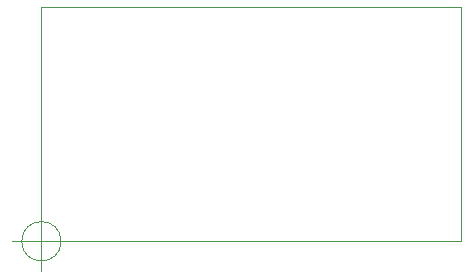
<source format=gm1>
%TF.GenerationSoftware,KiCad,Pcbnew,(6.0.4-0)*%
%TF.CreationDate,2022-05-02T21:47:31-07:00*%
%TF.ProjectId,hcms_dot_display_top,68636d73-5f64-46f7-945f-646973706c61,rev?*%
%TF.SameCoordinates,Original*%
%TF.FileFunction,Profile,NP*%
%FSLAX46Y46*%
G04 Gerber Fmt 4.6, Leading zero omitted, Abs format (unit mm)*
G04 Created by KiCad (PCBNEW (6.0.4-0)) date 2022-05-02 21:47:31*
%MOMM*%
%LPD*%
G01*
G04 APERTURE LIST*
%TA.AperFunction,Profile*%
%ADD10C,0.100000*%
%TD*%
G04 APERTURE END LIST*
D10*
X142480000Y-96180000D02*
X178040000Y-96180000D01*
X178040000Y-96180000D02*
X178040000Y-115990000D01*
X178040000Y-115990000D02*
X142480000Y-115990000D01*
X142480000Y-115990000D02*
X142480000Y-96180000D01*
X144146666Y-115990000D02*
G75*
G03*
X144146666Y-115990000I-1666666J0D01*
G01*
X139980000Y-115990000D02*
X144980000Y-115990000D01*
X142480000Y-113490000D02*
X142480000Y-118490000D01*
M02*

</source>
